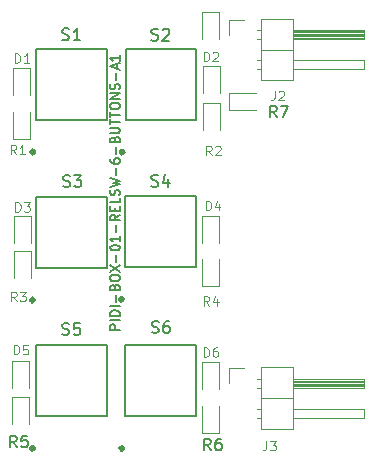
<source format=gbr>
%TF.GenerationSoftware,KiCad,Pcbnew,9.0.6*%
%TF.CreationDate,2025-12-26T20:21:36+00:00*%
%TF.ProjectId,PIDI-BOX-01-RELSW-6-BUTTONS-A1,50494449-2d42-44f5-982d-30312d52454c,rev?*%
%TF.SameCoordinates,Original*%
%TF.FileFunction,Legend,Top*%
%TF.FilePolarity,Positive*%
%FSLAX46Y46*%
G04 Gerber Fmt 4.6, Leading zero omitted, Abs format (unit mm)*
G04 Created by KiCad (PCBNEW 9.0.6) date 2025-12-26 20:21:36*
%MOMM*%
%LPD*%
G01*
G04 APERTURE LIST*
%ADD10C,0.150000*%
%ADD11C,0.100000*%
%ADD12C,0.120000*%
%ADD13C,0.127000*%
%ADD14C,0.300000*%
G04 APERTURE END LIST*
D10*
X110841495Y-78019039D02*
X110041495Y-78019039D01*
X110041495Y-78019039D02*
X110041495Y-77714277D01*
X110041495Y-77714277D02*
X110079590Y-77638087D01*
X110079590Y-77638087D02*
X110117685Y-77599992D01*
X110117685Y-77599992D02*
X110193876Y-77561896D01*
X110193876Y-77561896D02*
X110308161Y-77561896D01*
X110308161Y-77561896D02*
X110384352Y-77599992D01*
X110384352Y-77599992D02*
X110422447Y-77638087D01*
X110422447Y-77638087D02*
X110460542Y-77714277D01*
X110460542Y-77714277D02*
X110460542Y-78019039D01*
X110841495Y-77219039D02*
X110041495Y-77219039D01*
X110841495Y-76838087D02*
X110041495Y-76838087D01*
X110041495Y-76838087D02*
X110041495Y-76647611D01*
X110041495Y-76647611D02*
X110079590Y-76533325D01*
X110079590Y-76533325D02*
X110155780Y-76457135D01*
X110155780Y-76457135D02*
X110231971Y-76419040D01*
X110231971Y-76419040D02*
X110384352Y-76380944D01*
X110384352Y-76380944D02*
X110498638Y-76380944D01*
X110498638Y-76380944D02*
X110651019Y-76419040D01*
X110651019Y-76419040D02*
X110727209Y-76457135D01*
X110727209Y-76457135D02*
X110803400Y-76533325D01*
X110803400Y-76533325D02*
X110841495Y-76647611D01*
X110841495Y-76647611D02*
X110841495Y-76838087D01*
X110841495Y-76038087D02*
X110041495Y-76038087D01*
X110536733Y-75657135D02*
X110536733Y-75047612D01*
X110422447Y-74399993D02*
X110460542Y-74285707D01*
X110460542Y-74285707D02*
X110498638Y-74247612D01*
X110498638Y-74247612D02*
X110574828Y-74209516D01*
X110574828Y-74209516D02*
X110689114Y-74209516D01*
X110689114Y-74209516D02*
X110765304Y-74247612D01*
X110765304Y-74247612D02*
X110803400Y-74285707D01*
X110803400Y-74285707D02*
X110841495Y-74361897D01*
X110841495Y-74361897D02*
X110841495Y-74666659D01*
X110841495Y-74666659D02*
X110041495Y-74666659D01*
X110041495Y-74666659D02*
X110041495Y-74399993D01*
X110041495Y-74399993D02*
X110079590Y-74323802D01*
X110079590Y-74323802D02*
X110117685Y-74285707D01*
X110117685Y-74285707D02*
X110193876Y-74247612D01*
X110193876Y-74247612D02*
X110270066Y-74247612D01*
X110270066Y-74247612D02*
X110346257Y-74285707D01*
X110346257Y-74285707D02*
X110384352Y-74323802D01*
X110384352Y-74323802D02*
X110422447Y-74399993D01*
X110422447Y-74399993D02*
X110422447Y-74666659D01*
X110041495Y-73714278D02*
X110041495Y-73561897D01*
X110041495Y-73561897D02*
X110079590Y-73485707D01*
X110079590Y-73485707D02*
X110155780Y-73409516D01*
X110155780Y-73409516D02*
X110308161Y-73371421D01*
X110308161Y-73371421D02*
X110574828Y-73371421D01*
X110574828Y-73371421D02*
X110727209Y-73409516D01*
X110727209Y-73409516D02*
X110803400Y-73485707D01*
X110803400Y-73485707D02*
X110841495Y-73561897D01*
X110841495Y-73561897D02*
X110841495Y-73714278D01*
X110841495Y-73714278D02*
X110803400Y-73790469D01*
X110803400Y-73790469D02*
X110727209Y-73866659D01*
X110727209Y-73866659D02*
X110574828Y-73904755D01*
X110574828Y-73904755D02*
X110308161Y-73904755D01*
X110308161Y-73904755D02*
X110155780Y-73866659D01*
X110155780Y-73866659D02*
X110079590Y-73790469D01*
X110079590Y-73790469D02*
X110041495Y-73714278D01*
X110041495Y-73104755D02*
X110841495Y-72571421D01*
X110041495Y-72571421D02*
X110841495Y-73104755D01*
X110536733Y-72266659D02*
X110536733Y-71657136D01*
X110041495Y-71123802D02*
X110041495Y-71047612D01*
X110041495Y-71047612D02*
X110079590Y-70971421D01*
X110079590Y-70971421D02*
X110117685Y-70933326D01*
X110117685Y-70933326D02*
X110193876Y-70895231D01*
X110193876Y-70895231D02*
X110346257Y-70857136D01*
X110346257Y-70857136D02*
X110536733Y-70857136D01*
X110536733Y-70857136D02*
X110689114Y-70895231D01*
X110689114Y-70895231D02*
X110765304Y-70933326D01*
X110765304Y-70933326D02*
X110803400Y-70971421D01*
X110803400Y-70971421D02*
X110841495Y-71047612D01*
X110841495Y-71047612D02*
X110841495Y-71123802D01*
X110841495Y-71123802D02*
X110803400Y-71199993D01*
X110803400Y-71199993D02*
X110765304Y-71238088D01*
X110765304Y-71238088D02*
X110689114Y-71276183D01*
X110689114Y-71276183D02*
X110536733Y-71314279D01*
X110536733Y-71314279D02*
X110346257Y-71314279D01*
X110346257Y-71314279D02*
X110193876Y-71276183D01*
X110193876Y-71276183D02*
X110117685Y-71238088D01*
X110117685Y-71238088D02*
X110079590Y-71199993D01*
X110079590Y-71199993D02*
X110041495Y-71123802D01*
X110841495Y-70095231D02*
X110841495Y-70552374D01*
X110841495Y-70323802D02*
X110041495Y-70323802D01*
X110041495Y-70323802D02*
X110155780Y-70399993D01*
X110155780Y-70399993D02*
X110231971Y-70476183D01*
X110231971Y-70476183D02*
X110270066Y-70552374D01*
X110536733Y-69752373D02*
X110536733Y-69142850D01*
X110841495Y-68304754D02*
X110460542Y-68571421D01*
X110841495Y-68761897D02*
X110041495Y-68761897D01*
X110041495Y-68761897D02*
X110041495Y-68457135D01*
X110041495Y-68457135D02*
X110079590Y-68380945D01*
X110079590Y-68380945D02*
X110117685Y-68342850D01*
X110117685Y-68342850D02*
X110193876Y-68304754D01*
X110193876Y-68304754D02*
X110308161Y-68304754D01*
X110308161Y-68304754D02*
X110384352Y-68342850D01*
X110384352Y-68342850D02*
X110422447Y-68380945D01*
X110422447Y-68380945D02*
X110460542Y-68457135D01*
X110460542Y-68457135D02*
X110460542Y-68761897D01*
X110422447Y-67961897D02*
X110422447Y-67695231D01*
X110841495Y-67580945D02*
X110841495Y-67961897D01*
X110841495Y-67961897D02*
X110041495Y-67961897D01*
X110041495Y-67961897D02*
X110041495Y-67580945D01*
X110841495Y-66857135D02*
X110841495Y-67238087D01*
X110841495Y-67238087D02*
X110041495Y-67238087D01*
X110803400Y-66628564D02*
X110841495Y-66514278D01*
X110841495Y-66514278D02*
X110841495Y-66323802D01*
X110841495Y-66323802D02*
X110803400Y-66247611D01*
X110803400Y-66247611D02*
X110765304Y-66209516D01*
X110765304Y-66209516D02*
X110689114Y-66171421D01*
X110689114Y-66171421D02*
X110612923Y-66171421D01*
X110612923Y-66171421D02*
X110536733Y-66209516D01*
X110536733Y-66209516D02*
X110498638Y-66247611D01*
X110498638Y-66247611D02*
X110460542Y-66323802D01*
X110460542Y-66323802D02*
X110422447Y-66476183D01*
X110422447Y-66476183D02*
X110384352Y-66552373D01*
X110384352Y-66552373D02*
X110346257Y-66590468D01*
X110346257Y-66590468D02*
X110270066Y-66628564D01*
X110270066Y-66628564D02*
X110193876Y-66628564D01*
X110193876Y-66628564D02*
X110117685Y-66590468D01*
X110117685Y-66590468D02*
X110079590Y-66552373D01*
X110079590Y-66552373D02*
X110041495Y-66476183D01*
X110041495Y-66476183D02*
X110041495Y-66285706D01*
X110041495Y-66285706D02*
X110079590Y-66171421D01*
X110041495Y-65904754D02*
X110841495Y-65714278D01*
X110841495Y-65714278D02*
X110270066Y-65561897D01*
X110270066Y-65561897D02*
X110841495Y-65409516D01*
X110841495Y-65409516D02*
X110041495Y-65219040D01*
X110536733Y-64914277D02*
X110536733Y-64304754D01*
X110041495Y-63580944D02*
X110041495Y-63733325D01*
X110041495Y-63733325D02*
X110079590Y-63809516D01*
X110079590Y-63809516D02*
X110117685Y-63847611D01*
X110117685Y-63847611D02*
X110231971Y-63923801D01*
X110231971Y-63923801D02*
X110384352Y-63961897D01*
X110384352Y-63961897D02*
X110689114Y-63961897D01*
X110689114Y-63961897D02*
X110765304Y-63923801D01*
X110765304Y-63923801D02*
X110803400Y-63885706D01*
X110803400Y-63885706D02*
X110841495Y-63809516D01*
X110841495Y-63809516D02*
X110841495Y-63657135D01*
X110841495Y-63657135D02*
X110803400Y-63580944D01*
X110803400Y-63580944D02*
X110765304Y-63542849D01*
X110765304Y-63542849D02*
X110689114Y-63504754D01*
X110689114Y-63504754D02*
X110498638Y-63504754D01*
X110498638Y-63504754D02*
X110422447Y-63542849D01*
X110422447Y-63542849D02*
X110384352Y-63580944D01*
X110384352Y-63580944D02*
X110346257Y-63657135D01*
X110346257Y-63657135D02*
X110346257Y-63809516D01*
X110346257Y-63809516D02*
X110384352Y-63885706D01*
X110384352Y-63885706D02*
X110422447Y-63923801D01*
X110422447Y-63923801D02*
X110498638Y-63961897D01*
X110536733Y-63161896D02*
X110536733Y-62552373D01*
X110422447Y-61904754D02*
X110460542Y-61790468D01*
X110460542Y-61790468D02*
X110498638Y-61752373D01*
X110498638Y-61752373D02*
X110574828Y-61714277D01*
X110574828Y-61714277D02*
X110689114Y-61714277D01*
X110689114Y-61714277D02*
X110765304Y-61752373D01*
X110765304Y-61752373D02*
X110803400Y-61790468D01*
X110803400Y-61790468D02*
X110841495Y-61866658D01*
X110841495Y-61866658D02*
X110841495Y-62171420D01*
X110841495Y-62171420D02*
X110041495Y-62171420D01*
X110041495Y-62171420D02*
X110041495Y-61904754D01*
X110041495Y-61904754D02*
X110079590Y-61828563D01*
X110079590Y-61828563D02*
X110117685Y-61790468D01*
X110117685Y-61790468D02*
X110193876Y-61752373D01*
X110193876Y-61752373D02*
X110270066Y-61752373D01*
X110270066Y-61752373D02*
X110346257Y-61790468D01*
X110346257Y-61790468D02*
X110384352Y-61828563D01*
X110384352Y-61828563D02*
X110422447Y-61904754D01*
X110422447Y-61904754D02*
X110422447Y-62171420D01*
X110041495Y-61371420D02*
X110689114Y-61371420D01*
X110689114Y-61371420D02*
X110765304Y-61333325D01*
X110765304Y-61333325D02*
X110803400Y-61295230D01*
X110803400Y-61295230D02*
X110841495Y-61219039D01*
X110841495Y-61219039D02*
X110841495Y-61066658D01*
X110841495Y-61066658D02*
X110803400Y-60990468D01*
X110803400Y-60990468D02*
X110765304Y-60952373D01*
X110765304Y-60952373D02*
X110689114Y-60914277D01*
X110689114Y-60914277D02*
X110041495Y-60914277D01*
X110041495Y-60647611D02*
X110041495Y-60190468D01*
X110841495Y-60419040D02*
X110041495Y-60419040D01*
X110041495Y-60038087D02*
X110041495Y-59580944D01*
X110841495Y-59809516D02*
X110041495Y-59809516D01*
X110041495Y-59161896D02*
X110041495Y-59009515D01*
X110041495Y-59009515D02*
X110079590Y-58933325D01*
X110079590Y-58933325D02*
X110155780Y-58857134D01*
X110155780Y-58857134D02*
X110308161Y-58819039D01*
X110308161Y-58819039D02*
X110574828Y-58819039D01*
X110574828Y-58819039D02*
X110727209Y-58857134D01*
X110727209Y-58857134D02*
X110803400Y-58933325D01*
X110803400Y-58933325D02*
X110841495Y-59009515D01*
X110841495Y-59009515D02*
X110841495Y-59161896D01*
X110841495Y-59161896D02*
X110803400Y-59238087D01*
X110803400Y-59238087D02*
X110727209Y-59314277D01*
X110727209Y-59314277D02*
X110574828Y-59352373D01*
X110574828Y-59352373D02*
X110308161Y-59352373D01*
X110308161Y-59352373D02*
X110155780Y-59314277D01*
X110155780Y-59314277D02*
X110079590Y-59238087D01*
X110079590Y-59238087D02*
X110041495Y-59161896D01*
X110841495Y-58476182D02*
X110041495Y-58476182D01*
X110041495Y-58476182D02*
X110841495Y-58019039D01*
X110841495Y-58019039D02*
X110041495Y-58019039D01*
X110803400Y-57676183D02*
X110841495Y-57561897D01*
X110841495Y-57561897D02*
X110841495Y-57371421D01*
X110841495Y-57371421D02*
X110803400Y-57295230D01*
X110803400Y-57295230D02*
X110765304Y-57257135D01*
X110765304Y-57257135D02*
X110689114Y-57219040D01*
X110689114Y-57219040D02*
X110612923Y-57219040D01*
X110612923Y-57219040D02*
X110536733Y-57257135D01*
X110536733Y-57257135D02*
X110498638Y-57295230D01*
X110498638Y-57295230D02*
X110460542Y-57371421D01*
X110460542Y-57371421D02*
X110422447Y-57523802D01*
X110422447Y-57523802D02*
X110384352Y-57599992D01*
X110384352Y-57599992D02*
X110346257Y-57638087D01*
X110346257Y-57638087D02*
X110270066Y-57676183D01*
X110270066Y-57676183D02*
X110193876Y-57676183D01*
X110193876Y-57676183D02*
X110117685Y-57638087D01*
X110117685Y-57638087D02*
X110079590Y-57599992D01*
X110079590Y-57599992D02*
X110041495Y-57523802D01*
X110041495Y-57523802D02*
X110041495Y-57333325D01*
X110041495Y-57333325D02*
X110079590Y-57219040D01*
X110536733Y-56876182D02*
X110536733Y-56266659D01*
X110612923Y-55923802D02*
X110612923Y-55542849D01*
X110841495Y-55999992D02*
X110041495Y-55733325D01*
X110041495Y-55733325D02*
X110841495Y-55466659D01*
X110841495Y-54780945D02*
X110841495Y-55238088D01*
X110841495Y-55009516D02*
X110041495Y-55009516D01*
X110041495Y-55009516D02*
X110155780Y-55085707D01*
X110155780Y-55085707D02*
X110231971Y-55161897D01*
X110231971Y-55161897D02*
X110270066Y-55238088D01*
X124140933Y-60043219D02*
X123807600Y-59567028D01*
X123569505Y-60043219D02*
X123569505Y-59043219D01*
X123569505Y-59043219D02*
X123950457Y-59043219D01*
X123950457Y-59043219D02*
X124045695Y-59090838D01*
X124045695Y-59090838D02*
X124093314Y-59138457D01*
X124093314Y-59138457D02*
X124140933Y-59233695D01*
X124140933Y-59233695D02*
X124140933Y-59376552D01*
X124140933Y-59376552D02*
X124093314Y-59471790D01*
X124093314Y-59471790D02*
X124045695Y-59519409D01*
X124045695Y-59519409D02*
X123950457Y-59567028D01*
X123950457Y-59567028D02*
X123569505Y-59567028D01*
X124474267Y-59043219D02*
X125140933Y-59043219D01*
X125140933Y-59043219D02*
X124712362Y-60043219D01*
D11*
X101873124Y-80120895D02*
X101873124Y-79320895D01*
X101873124Y-79320895D02*
X102063600Y-79320895D01*
X102063600Y-79320895D02*
X102177886Y-79358990D01*
X102177886Y-79358990D02*
X102254076Y-79435180D01*
X102254076Y-79435180D02*
X102292171Y-79511371D01*
X102292171Y-79511371D02*
X102330267Y-79663752D01*
X102330267Y-79663752D02*
X102330267Y-79778038D01*
X102330267Y-79778038D02*
X102292171Y-79930419D01*
X102292171Y-79930419D02*
X102254076Y-80006609D01*
X102254076Y-80006609D02*
X102177886Y-80082800D01*
X102177886Y-80082800D02*
X102063600Y-80120895D01*
X102063600Y-80120895D02*
X101873124Y-80120895D01*
X103054076Y-79320895D02*
X102673124Y-79320895D01*
X102673124Y-79320895D02*
X102635028Y-79701847D01*
X102635028Y-79701847D02*
X102673124Y-79663752D01*
X102673124Y-79663752D02*
X102749314Y-79625657D01*
X102749314Y-79625657D02*
X102939790Y-79625657D01*
X102939790Y-79625657D02*
X103015981Y-79663752D01*
X103015981Y-79663752D02*
X103054076Y-79701847D01*
X103054076Y-79701847D02*
X103092171Y-79778038D01*
X103092171Y-79778038D02*
X103092171Y-79968514D01*
X103092171Y-79968514D02*
X103054076Y-80044704D01*
X103054076Y-80044704D02*
X103015981Y-80082800D01*
X103015981Y-80082800D02*
X102939790Y-80120895D01*
X102939790Y-80120895D02*
X102749314Y-80120895D01*
X102749314Y-80120895D02*
X102673124Y-80082800D01*
X102673124Y-80082800D02*
X102635028Y-80044704D01*
D10*
X105994295Y-53467800D02*
X106137152Y-53515419D01*
X106137152Y-53515419D02*
X106375247Y-53515419D01*
X106375247Y-53515419D02*
X106470485Y-53467800D01*
X106470485Y-53467800D02*
X106518104Y-53420180D01*
X106518104Y-53420180D02*
X106565723Y-53324942D01*
X106565723Y-53324942D02*
X106565723Y-53229704D01*
X106565723Y-53229704D02*
X106518104Y-53134466D01*
X106518104Y-53134466D02*
X106470485Y-53086847D01*
X106470485Y-53086847D02*
X106375247Y-53039228D01*
X106375247Y-53039228D02*
X106184771Y-52991609D01*
X106184771Y-52991609D02*
X106089533Y-52943990D01*
X106089533Y-52943990D02*
X106041914Y-52896371D01*
X106041914Y-52896371D02*
X105994295Y-52801133D01*
X105994295Y-52801133D02*
X105994295Y-52705895D01*
X105994295Y-52705895D02*
X106041914Y-52610657D01*
X106041914Y-52610657D02*
X106089533Y-52563038D01*
X106089533Y-52563038D02*
X106184771Y-52515419D01*
X106184771Y-52515419D02*
X106422866Y-52515419D01*
X106422866Y-52515419D02*
X106565723Y-52563038D01*
X107518104Y-53515419D02*
X106946676Y-53515419D01*
X107232390Y-53515419D02*
X107232390Y-52515419D01*
X107232390Y-52515419D02*
X107137152Y-52658276D01*
X107137152Y-52658276D02*
X107041914Y-52753514D01*
X107041914Y-52753514D02*
X106946676Y-52801133D01*
D11*
X118433867Y-75980795D02*
X118167200Y-75599842D01*
X117976724Y-75980795D02*
X117976724Y-75180795D01*
X117976724Y-75180795D02*
X118281486Y-75180795D01*
X118281486Y-75180795D02*
X118357676Y-75218890D01*
X118357676Y-75218890D02*
X118395771Y-75256985D01*
X118395771Y-75256985D02*
X118433867Y-75333176D01*
X118433867Y-75333176D02*
X118433867Y-75447461D01*
X118433867Y-75447461D02*
X118395771Y-75523652D01*
X118395771Y-75523652D02*
X118357676Y-75561747D01*
X118357676Y-75561747D02*
X118281486Y-75599842D01*
X118281486Y-75599842D02*
X117976724Y-75599842D01*
X119119581Y-75447461D02*
X119119581Y-75980795D01*
X118929105Y-75142700D02*
X118738628Y-75714128D01*
X118738628Y-75714128D02*
X119233867Y-75714128D01*
X123278933Y-87448895D02*
X123278933Y-88020323D01*
X123278933Y-88020323D02*
X123240838Y-88134609D01*
X123240838Y-88134609D02*
X123164647Y-88210800D01*
X123164647Y-88210800D02*
X123050362Y-88248895D01*
X123050362Y-88248895D02*
X122974171Y-88248895D01*
X123583695Y-87448895D02*
X124078933Y-87448895D01*
X124078933Y-87448895D02*
X123812267Y-87753657D01*
X123812267Y-87753657D02*
X123926552Y-87753657D01*
X123926552Y-87753657D02*
X124002743Y-87791752D01*
X124002743Y-87791752D02*
X124040838Y-87829847D01*
X124040838Y-87829847D02*
X124078933Y-87906038D01*
X124078933Y-87906038D02*
X124078933Y-88096514D01*
X124078933Y-88096514D02*
X124040838Y-88172704D01*
X124040838Y-88172704D02*
X124002743Y-88210800D01*
X124002743Y-88210800D02*
X123926552Y-88248895D01*
X123926552Y-88248895D02*
X123697981Y-88248895D01*
X123697981Y-88248895D02*
X123621790Y-88210800D01*
X123621790Y-88210800D02*
X123583695Y-88172704D01*
D10*
X113538095Y-53493200D02*
X113680952Y-53540819D01*
X113680952Y-53540819D02*
X113919047Y-53540819D01*
X113919047Y-53540819D02*
X114014285Y-53493200D01*
X114014285Y-53493200D02*
X114061904Y-53445580D01*
X114061904Y-53445580D02*
X114109523Y-53350342D01*
X114109523Y-53350342D02*
X114109523Y-53255104D01*
X114109523Y-53255104D02*
X114061904Y-53159866D01*
X114061904Y-53159866D02*
X114014285Y-53112247D01*
X114014285Y-53112247D02*
X113919047Y-53064628D01*
X113919047Y-53064628D02*
X113728571Y-53017009D01*
X113728571Y-53017009D02*
X113633333Y-52969390D01*
X113633333Y-52969390D02*
X113585714Y-52921771D01*
X113585714Y-52921771D02*
X113538095Y-52826533D01*
X113538095Y-52826533D02*
X113538095Y-52731295D01*
X113538095Y-52731295D02*
X113585714Y-52636057D01*
X113585714Y-52636057D02*
X113633333Y-52588438D01*
X113633333Y-52588438D02*
X113728571Y-52540819D01*
X113728571Y-52540819D02*
X113966666Y-52540819D01*
X113966666Y-52540819D02*
X114109523Y-52588438D01*
X114490476Y-52636057D02*
X114538095Y-52588438D01*
X114538095Y-52588438D02*
X114633333Y-52540819D01*
X114633333Y-52540819D02*
X114871428Y-52540819D01*
X114871428Y-52540819D02*
X114966666Y-52588438D01*
X114966666Y-52588438D02*
X115014285Y-52636057D01*
X115014285Y-52636057D02*
X115061904Y-52731295D01*
X115061904Y-52731295D02*
X115061904Y-52826533D01*
X115061904Y-52826533D02*
X115014285Y-52969390D01*
X115014285Y-52969390D02*
X114442857Y-53540819D01*
X114442857Y-53540819D02*
X115061904Y-53540819D01*
D11*
X102076267Y-63179095D02*
X101809600Y-62798142D01*
X101619124Y-63179095D02*
X101619124Y-62379095D01*
X101619124Y-62379095D02*
X101923886Y-62379095D01*
X101923886Y-62379095D02*
X102000076Y-62417190D01*
X102000076Y-62417190D02*
X102038171Y-62455285D01*
X102038171Y-62455285D02*
X102076267Y-62531476D01*
X102076267Y-62531476D02*
X102076267Y-62645761D01*
X102076267Y-62645761D02*
X102038171Y-62721952D01*
X102038171Y-62721952D02*
X102000076Y-62760047D01*
X102000076Y-62760047D02*
X101923886Y-62798142D01*
X101923886Y-62798142D02*
X101619124Y-62798142D01*
X102838171Y-63179095D02*
X102381028Y-63179095D01*
X102609600Y-63179095D02*
X102609600Y-62379095D01*
X102609600Y-62379095D02*
X102533409Y-62493380D01*
X102533409Y-62493380D02*
X102457219Y-62569571D01*
X102457219Y-62569571D02*
X102381028Y-62607666D01*
D10*
X105994295Y-78410600D02*
X106137152Y-78458219D01*
X106137152Y-78458219D02*
X106375247Y-78458219D01*
X106375247Y-78458219D02*
X106470485Y-78410600D01*
X106470485Y-78410600D02*
X106518104Y-78362980D01*
X106518104Y-78362980D02*
X106565723Y-78267742D01*
X106565723Y-78267742D02*
X106565723Y-78172504D01*
X106565723Y-78172504D02*
X106518104Y-78077266D01*
X106518104Y-78077266D02*
X106470485Y-78029647D01*
X106470485Y-78029647D02*
X106375247Y-77982028D01*
X106375247Y-77982028D02*
X106184771Y-77934409D01*
X106184771Y-77934409D02*
X106089533Y-77886790D01*
X106089533Y-77886790D02*
X106041914Y-77839171D01*
X106041914Y-77839171D02*
X105994295Y-77743933D01*
X105994295Y-77743933D02*
X105994295Y-77648695D01*
X105994295Y-77648695D02*
X106041914Y-77553457D01*
X106041914Y-77553457D02*
X106089533Y-77505838D01*
X106089533Y-77505838D02*
X106184771Y-77458219D01*
X106184771Y-77458219D02*
X106422866Y-77458219D01*
X106422866Y-77458219D02*
X106565723Y-77505838D01*
X107470485Y-77458219D02*
X106994295Y-77458219D01*
X106994295Y-77458219D02*
X106946676Y-77934409D01*
X106946676Y-77934409D02*
X106994295Y-77886790D01*
X106994295Y-77886790D02*
X107089533Y-77839171D01*
X107089533Y-77839171D02*
X107327628Y-77839171D01*
X107327628Y-77839171D02*
X107422866Y-77886790D01*
X107422866Y-77886790D02*
X107470485Y-77934409D01*
X107470485Y-77934409D02*
X107518104Y-78029647D01*
X107518104Y-78029647D02*
X107518104Y-78267742D01*
X107518104Y-78267742D02*
X107470485Y-78362980D01*
X107470485Y-78362980D02*
X107422866Y-78410600D01*
X107422866Y-78410600D02*
X107327628Y-78458219D01*
X107327628Y-78458219D02*
X107089533Y-78458219D01*
X107089533Y-78458219D02*
X106994295Y-78410600D01*
X106994295Y-78410600D02*
X106946676Y-78362980D01*
D11*
X118129124Y-67928895D02*
X118129124Y-67128895D01*
X118129124Y-67128895D02*
X118319600Y-67128895D01*
X118319600Y-67128895D02*
X118433886Y-67166990D01*
X118433886Y-67166990D02*
X118510076Y-67243180D01*
X118510076Y-67243180D02*
X118548171Y-67319371D01*
X118548171Y-67319371D02*
X118586267Y-67471752D01*
X118586267Y-67471752D02*
X118586267Y-67586038D01*
X118586267Y-67586038D02*
X118548171Y-67738419D01*
X118548171Y-67738419D02*
X118510076Y-67814609D01*
X118510076Y-67814609D02*
X118433886Y-67890800D01*
X118433886Y-67890800D02*
X118319600Y-67928895D01*
X118319600Y-67928895D02*
X118129124Y-67928895D01*
X119271981Y-67395561D02*
X119271981Y-67928895D01*
X119081505Y-67090800D02*
X118891028Y-67662228D01*
X118891028Y-67662228D02*
X119386267Y-67662228D01*
D10*
X113538095Y-65863000D02*
X113680952Y-65910619D01*
X113680952Y-65910619D02*
X113919047Y-65910619D01*
X113919047Y-65910619D02*
X114014285Y-65863000D01*
X114014285Y-65863000D02*
X114061904Y-65815380D01*
X114061904Y-65815380D02*
X114109523Y-65720142D01*
X114109523Y-65720142D02*
X114109523Y-65624904D01*
X114109523Y-65624904D02*
X114061904Y-65529666D01*
X114061904Y-65529666D02*
X114014285Y-65482047D01*
X114014285Y-65482047D02*
X113919047Y-65434428D01*
X113919047Y-65434428D02*
X113728571Y-65386809D01*
X113728571Y-65386809D02*
X113633333Y-65339190D01*
X113633333Y-65339190D02*
X113585714Y-65291571D01*
X113585714Y-65291571D02*
X113538095Y-65196333D01*
X113538095Y-65196333D02*
X113538095Y-65101095D01*
X113538095Y-65101095D02*
X113585714Y-65005857D01*
X113585714Y-65005857D02*
X113633333Y-64958238D01*
X113633333Y-64958238D02*
X113728571Y-64910619D01*
X113728571Y-64910619D02*
X113966666Y-64910619D01*
X113966666Y-64910619D02*
X114109523Y-64958238D01*
X114966666Y-65243952D02*
X114966666Y-65910619D01*
X114728571Y-64863000D02*
X114490476Y-65577285D01*
X114490476Y-65577285D02*
X115109523Y-65577285D01*
D11*
X123990133Y-57781695D02*
X123990133Y-58353123D01*
X123990133Y-58353123D02*
X123952038Y-58467409D01*
X123952038Y-58467409D02*
X123875847Y-58543600D01*
X123875847Y-58543600D02*
X123761562Y-58581695D01*
X123761562Y-58581695D02*
X123685371Y-58581695D01*
X124332990Y-57857885D02*
X124371086Y-57819790D01*
X124371086Y-57819790D02*
X124447276Y-57781695D01*
X124447276Y-57781695D02*
X124637752Y-57781695D01*
X124637752Y-57781695D02*
X124713943Y-57819790D01*
X124713943Y-57819790D02*
X124752038Y-57857885D01*
X124752038Y-57857885D02*
X124790133Y-57934076D01*
X124790133Y-57934076D02*
X124790133Y-58010266D01*
X124790133Y-58010266D02*
X124752038Y-58124552D01*
X124752038Y-58124552D02*
X124294895Y-58581695D01*
X124294895Y-58581695D02*
X124790133Y-58581695D01*
X102025524Y-68030495D02*
X102025524Y-67230495D01*
X102025524Y-67230495D02*
X102216000Y-67230495D01*
X102216000Y-67230495D02*
X102330286Y-67268590D01*
X102330286Y-67268590D02*
X102406476Y-67344780D01*
X102406476Y-67344780D02*
X102444571Y-67420971D01*
X102444571Y-67420971D02*
X102482667Y-67573352D01*
X102482667Y-67573352D02*
X102482667Y-67687638D01*
X102482667Y-67687638D02*
X102444571Y-67840019D01*
X102444571Y-67840019D02*
X102406476Y-67916209D01*
X102406476Y-67916209D02*
X102330286Y-67992400D01*
X102330286Y-67992400D02*
X102216000Y-68030495D01*
X102216000Y-68030495D02*
X102025524Y-68030495D01*
X102749333Y-67230495D02*
X103244571Y-67230495D01*
X103244571Y-67230495D02*
X102977905Y-67535257D01*
X102977905Y-67535257D02*
X103092190Y-67535257D01*
X103092190Y-67535257D02*
X103168381Y-67573352D01*
X103168381Y-67573352D02*
X103206476Y-67611447D01*
X103206476Y-67611447D02*
X103244571Y-67687638D01*
X103244571Y-67687638D02*
X103244571Y-67878114D01*
X103244571Y-67878114D02*
X103206476Y-67954304D01*
X103206476Y-67954304D02*
X103168381Y-67992400D01*
X103168381Y-67992400D02*
X103092190Y-68030495D01*
X103092190Y-68030495D02*
X102863619Y-68030495D01*
X102863619Y-68030495D02*
X102787428Y-67992400D01*
X102787428Y-67992400D02*
X102749333Y-67954304D01*
X118637067Y-63255295D02*
X118370400Y-62874342D01*
X118179924Y-63255295D02*
X118179924Y-62455295D01*
X118179924Y-62455295D02*
X118484686Y-62455295D01*
X118484686Y-62455295D02*
X118560876Y-62493390D01*
X118560876Y-62493390D02*
X118598971Y-62531485D01*
X118598971Y-62531485D02*
X118637067Y-62607676D01*
X118637067Y-62607676D02*
X118637067Y-62721961D01*
X118637067Y-62721961D02*
X118598971Y-62798152D01*
X118598971Y-62798152D02*
X118560876Y-62836247D01*
X118560876Y-62836247D02*
X118484686Y-62874342D01*
X118484686Y-62874342D02*
X118179924Y-62874342D01*
X118941828Y-62531485D02*
X118979924Y-62493390D01*
X118979924Y-62493390D02*
X119056114Y-62455295D01*
X119056114Y-62455295D02*
X119246590Y-62455295D01*
X119246590Y-62455295D02*
X119322781Y-62493390D01*
X119322781Y-62493390D02*
X119360876Y-62531485D01*
X119360876Y-62531485D02*
X119398971Y-62607676D01*
X119398971Y-62607676D02*
X119398971Y-62683866D01*
X119398971Y-62683866D02*
X119360876Y-62798152D01*
X119360876Y-62798152D02*
X118903733Y-63255295D01*
X118903733Y-63255295D02*
X119398971Y-63255295D01*
D10*
X113588895Y-78258200D02*
X113731752Y-78305819D01*
X113731752Y-78305819D02*
X113969847Y-78305819D01*
X113969847Y-78305819D02*
X114065085Y-78258200D01*
X114065085Y-78258200D02*
X114112704Y-78210580D01*
X114112704Y-78210580D02*
X114160323Y-78115342D01*
X114160323Y-78115342D02*
X114160323Y-78020104D01*
X114160323Y-78020104D02*
X114112704Y-77924866D01*
X114112704Y-77924866D02*
X114065085Y-77877247D01*
X114065085Y-77877247D02*
X113969847Y-77829628D01*
X113969847Y-77829628D02*
X113779371Y-77782009D01*
X113779371Y-77782009D02*
X113684133Y-77734390D01*
X113684133Y-77734390D02*
X113636514Y-77686771D01*
X113636514Y-77686771D02*
X113588895Y-77591533D01*
X113588895Y-77591533D02*
X113588895Y-77496295D01*
X113588895Y-77496295D02*
X113636514Y-77401057D01*
X113636514Y-77401057D02*
X113684133Y-77353438D01*
X113684133Y-77353438D02*
X113779371Y-77305819D01*
X113779371Y-77305819D02*
X114017466Y-77305819D01*
X114017466Y-77305819D02*
X114160323Y-77353438D01*
X115017466Y-77305819D02*
X114826990Y-77305819D01*
X114826990Y-77305819D02*
X114731752Y-77353438D01*
X114731752Y-77353438D02*
X114684133Y-77401057D01*
X114684133Y-77401057D02*
X114588895Y-77543914D01*
X114588895Y-77543914D02*
X114541276Y-77734390D01*
X114541276Y-77734390D02*
X114541276Y-78115342D01*
X114541276Y-78115342D02*
X114588895Y-78210580D01*
X114588895Y-78210580D02*
X114636514Y-78258200D01*
X114636514Y-78258200D02*
X114731752Y-78305819D01*
X114731752Y-78305819D02*
X114922228Y-78305819D01*
X114922228Y-78305819D02*
X115017466Y-78258200D01*
X115017466Y-78258200D02*
X115065085Y-78210580D01*
X115065085Y-78210580D02*
X115112704Y-78115342D01*
X115112704Y-78115342D02*
X115112704Y-77877247D01*
X115112704Y-77877247D02*
X115065085Y-77782009D01*
X115065085Y-77782009D02*
X115017466Y-77734390D01*
X115017466Y-77734390D02*
X114922228Y-77686771D01*
X114922228Y-77686771D02*
X114731752Y-77686771D01*
X114731752Y-77686771D02*
X114636514Y-77734390D01*
X114636514Y-77734390D02*
X114588895Y-77782009D01*
X114588895Y-77782009D02*
X114541276Y-77877247D01*
D11*
X102127067Y-75625095D02*
X101860400Y-75244142D01*
X101669924Y-75625095D02*
X101669924Y-74825095D01*
X101669924Y-74825095D02*
X101974686Y-74825095D01*
X101974686Y-74825095D02*
X102050876Y-74863190D01*
X102050876Y-74863190D02*
X102088971Y-74901285D01*
X102088971Y-74901285D02*
X102127067Y-74977476D01*
X102127067Y-74977476D02*
X102127067Y-75091761D01*
X102127067Y-75091761D02*
X102088971Y-75167952D01*
X102088971Y-75167952D02*
X102050876Y-75206047D01*
X102050876Y-75206047D02*
X101974686Y-75244142D01*
X101974686Y-75244142D02*
X101669924Y-75244142D01*
X102393733Y-74825095D02*
X102888971Y-74825095D01*
X102888971Y-74825095D02*
X102622305Y-75129857D01*
X102622305Y-75129857D02*
X102736590Y-75129857D01*
X102736590Y-75129857D02*
X102812781Y-75167952D01*
X102812781Y-75167952D02*
X102850876Y-75206047D01*
X102850876Y-75206047D02*
X102888971Y-75282238D01*
X102888971Y-75282238D02*
X102888971Y-75472714D01*
X102888971Y-75472714D02*
X102850876Y-75548904D01*
X102850876Y-75548904D02*
X102812781Y-75587000D01*
X102812781Y-75587000D02*
X102736590Y-75625095D01*
X102736590Y-75625095D02*
X102508019Y-75625095D01*
X102508019Y-75625095D02*
X102431828Y-75587000D01*
X102431828Y-75587000D02*
X102393733Y-75548904D01*
D10*
X106083195Y-65888400D02*
X106226052Y-65936019D01*
X106226052Y-65936019D02*
X106464147Y-65936019D01*
X106464147Y-65936019D02*
X106559385Y-65888400D01*
X106559385Y-65888400D02*
X106607004Y-65840780D01*
X106607004Y-65840780D02*
X106654623Y-65745542D01*
X106654623Y-65745542D02*
X106654623Y-65650304D01*
X106654623Y-65650304D02*
X106607004Y-65555066D01*
X106607004Y-65555066D02*
X106559385Y-65507447D01*
X106559385Y-65507447D02*
X106464147Y-65459828D01*
X106464147Y-65459828D02*
X106273671Y-65412209D01*
X106273671Y-65412209D02*
X106178433Y-65364590D01*
X106178433Y-65364590D02*
X106130814Y-65316971D01*
X106130814Y-65316971D02*
X106083195Y-65221733D01*
X106083195Y-65221733D02*
X106083195Y-65126495D01*
X106083195Y-65126495D02*
X106130814Y-65031257D01*
X106130814Y-65031257D02*
X106178433Y-64983638D01*
X106178433Y-64983638D02*
X106273671Y-64936019D01*
X106273671Y-64936019D02*
X106511766Y-64936019D01*
X106511766Y-64936019D02*
X106654623Y-64983638D01*
X106987957Y-64936019D02*
X107607004Y-64936019D01*
X107607004Y-64936019D02*
X107273671Y-65316971D01*
X107273671Y-65316971D02*
X107416528Y-65316971D01*
X107416528Y-65316971D02*
X107511766Y-65364590D01*
X107511766Y-65364590D02*
X107559385Y-65412209D01*
X107559385Y-65412209D02*
X107607004Y-65507447D01*
X107607004Y-65507447D02*
X107607004Y-65745542D01*
X107607004Y-65745542D02*
X107559385Y-65840780D01*
X107559385Y-65840780D02*
X107511766Y-65888400D01*
X107511766Y-65888400D02*
X107416528Y-65936019D01*
X107416528Y-65936019D02*
X107130814Y-65936019D01*
X107130814Y-65936019D02*
X107035576Y-65888400D01*
X107035576Y-65888400D02*
X106987957Y-65840780D01*
X118552933Y-88237219D02*
X118219600Y-87761028D01*
X117981505Y-88237219D02*
X117981505Y-87237219D01*
X117981505Y-87237219D02*
X118362457Y-87237219D01*
X118362457Y-87237219D02*
X118457695Y-87284838D01*
X118457695Y-87284838D02*
X118505314Y-87332457D01*
X118505314Y-87332457D02*
X118552933Y-87427695D01*
X118552933Y-87427695D02*
X118552933Y-87570552D01*
X118552933Y-87570552D02*
X118505314Y-87665790D01*
X118505314Y-87665790D02*
X118457695Y-87713409D01*
X118457695Y-87713409D02*
X118362457Y-87761028D01*
X118362457Y-87761028D02*
X117981505Y-87761028D01*
X119410076Y-87237219D02*
X119219600Y-87237219D01*
X119219600Y-87237219D02*
X119124362Y-87284838D01*
X119124362Y-87284838D02*
X119076743Y-87332457D01*
X119076743Y-87332457D02*
X118981505Y-87475314D01*
X118981505Y-87475314D02*
X118933886Y-87665790D01*
X118933886Y-87665790D02*
X118933886Y-88046742D01*
X118933886Y-88046742D02*
X118981505Y-88141980D01*
X118981505Y-88141980D02*
X119029124Y-88189600D01*
X119029124Y-88189600D02*
X119124362Y-88237219D01*
X119124362Y-88237219D02*
X119314838Y-88237219D01*
X119314838Y-88237219D02*
X119410076Y-88189600D01*
X119410076Y-88189600D02*
X119457695Y-88141980D01*
X119457695Y-88141980D02*
X119505314Y-88046742D01*
X119505314Y-88046742D02*
X119505314Y-87808647D01*
X119505314Y-87808647D02*
X119457695Y-87713409D01*
X119457695Y-87713409D02*
X119410076Y-87665790D01*
X119410076Y-87665790D02*
X119314838Y-87618171D01*
X119314838Y-87618171D02*
X119124362Y-87618171D01*
X119124362Y-87618171D02*
X119029124Y-87665790D01*
X119029124Y-87665790D02*
X118981505Y-87713409D01*
X118981505Y-87713409D02*
X118933886Y-87808647D01*
X102119133Y-87983219D02*
X101785800Y-87507028D01*
X101547705Y-87983219D02*
X101547705Y-86983219D01*
X101547705Y-86983219D02*
X101928657Y-86983219D01*
X101928657Y-86983219D02*
X102023895Y-87030838D01*
X102023895Y-87030838D02*
X102071514Y-87078457D01*
X102071514Y-87078457D02*
X102119133Y-87173695D01*
X102119133Y-87173695D02*
X102119133Y-87316552D01*
X102119133Y-87316552D02*
X102071514Y-87411790D01*
X102071514Y-87411790D02*
X102023895Y-87459409D01*
X102023895Y-87459409D02*
X101928657Y-87507028D01*
X101928657Y-87507028D02*
X101547705Y-87507028D01*
X103023895Y-86983219D02*
X102547705Y-86983219D01*
X102547705Y-86983219D02*
X102500086Y-87459409D01*
X102500086Y-87459409D02*
X102547705Y-87411790D01*
X102547705Y-87411790D02*
X102642943Y-87364171D01*
X102642943Y-87364171D02*
X102881038Y-87364171D01*
X102881038Y-87364171D02*
X102976276Y-87411790D01*
X102976276Y-87411790D02*
X103023895Y-87459409D01*
X103023895Y-87459409D02*
X103071514Y-87554647D01*
X103071514Y-87554647D02*
X103071514Y-87792742D01*
X103071514Y-87792742D02*
X103023895Y-87887980D01*
X103023895Y-87887980D02*
X102976276Y-87935600D01*
X102976276Y-87935600D02*
X102881038Y-87983219D01*
X102881038Y-87983219D02*
X102642943Y-87983219D01*
X102642943Y-87983219D02*
X102547705Y-87935600D01*
X102547705Y-87935600D02*
X102500086Y-87887980D01*
D11*
X117976724Y-80324095D02*
X117976724Y-79524095D01*
X117976724Y-79524095D02*
X118167200Y-79524095D01*
X118167200Y-79524095D02*
X118281486Y-79562190D01*
X118281486Y-79562190D02*
X118357676Y-79638380D01*
X118357676Y-79638380D02*
X118395771Y-79714571D01*
X118395771Y-79714571D02*
X118433867Y-79866952D01*
X118433867Y-79866952D02*
X118433867Y-79981238D01*
X118433867Y-79981238D02*
X118395771Y-80133619D01*
X118395771Y-80133619D02*
X118357676Y-80209809D01*
X118357676Y-80209809D02*
X118281486Y-80286000D01*
X118281486Y-80286000D02*
X118167200Y-80324095D01*
X118167200Y-80324095D02*
X117976724Y-80324095D01*
X119119581Y-79524095D02*
X118967200Y-79524095D01*
X118967200Y-79524095D02*
X118891009Y-79562190D01*
X118891009Y-79562190D02*
X118852914Y-79600285D01*
X118852914Y-79600285D02*
X118776724Y-79714571D01*
X118776724Y-79714571D02*
X118738628Y-79866952D01*
X118738628Y-79866952D02*
X118738628Y-80171714D01*
X118738628Y-80171714D02*
X118776724Y-80247904D01*
X118776724Y-80247904D02*
X118814819Y-80286000D01*
X118814819Y-80286000D02*
X118891009Y-80324095D01*
X118891009Y-80324095D02*
X119043390Y-80324095D01*
X119043390Y-80324095D02*
X119119581Y-80286000D01*
X119119581Y-80286000D02*
X119157676Y-80247904D01*
X119157676Y-80247904D02*
X119195771Y-80171714D01*
X119195771Y-80171714D02*
X119195771Y-79981238D01*
X119195771Y-79981238D02*
X119157676Y-79905047D01*
X119157676Y-79905047D02*
X119119581Y-79866952D01*
X119119581Y-79866952D02*
X119043390Y-79828857D01*
X119043390Y-79828857D02*
X118891009Y-79828857D01*
X118891009Y-79828857D02*
X118814819Y-79866952D01*
X118814819Y-79866952D02*
X118776724Y-79905047D01*
X118776724Y-79905047D02*
X118738628Y-79981238D01*
X101974724Y-55432095D02*
X101974724Y-54632095D01*
X101974724Y-54632095D02*
X102165200Y-54632095D01*
X102165200Y-54632095D02*
X102279486Y-54670190D01*
X102279486Y-54670190D02*
X102355676Y-54746380D01*
X102355676Y-54746380D02*
X102393771Y-54822571D01*
X102393771Y-54822571D02*
X102431867Y-54974952D01*
X102431867Y-54974952D02*
X102431867Y-55089238D01*
X102431867Y-55089238D02*
X102393771Y-55241619D01*
X102393771Y-55241619D02*
X102355676Y-55317809D01*
X102355676Y-55317809D02*
X102279486Y-55394000D01*
X102279486Y-55394000D02*
X102165200Y-55432095D01*
X102165200Y-55432095D02*
X101974724Y-55432095D01*
X103193771Y-55432095D02*
X102736628Y-55432095D01*
X102965200Y-55432095D02*
X102965200Y-54632095D01*
X102965200Y-54632095D02*
X102889009Y-54746380D01*
X102889009Y-54746380D02*
X102812819Y-54822571D01*
X102812819Y-54822571D02*
X102736628Y-54860666D01*
X117976724Y-55279695D02*
X117976724Y-54479695D01*
X117976724Y-54479695D02*
X118167200Y-54479695D01*
X118167200Y-54479695D02*
X118281486Y-54517790D01*
X118281486Y-54517790D02*
X118357676Y-54593980D01*
X118357676Y-54593980D02*
X118395771Y-54670171D01*
X118395771Y-54670171D02*
X118433867Y-54822552D01*
X118433867Y-54822552D02*
X118433867Y-54936838D01*
X118433867Y-54936838D02*
X118395771Y-55089219D01*
X118395771Y-55089219D02*
X118357676Y-55165409D01*
X118357676Y-55165409D02*
X118281486Y-55241600D01*
X118281486Y-55241600D02*
X118167200Y-55279695D01*
X118167200Y-55279695D02*
X117976724Y-55279695D01*
X118738628Y-54555885D02*
X118776724Y-54517790D01*
X118776724Y-54517790D02*
X118852914Y-54479695D01*
X118852914Y-54479695D02*
X119043390Y-54479695D01*
X119043390Y-54479695D02*
X119119581Y-54517790D01*
X119119581Y-54517790D02*
X119157676Y-54555885D01*
X119157676Y-54555885D02*
X119195771Y-54632076D01*
X119195771Y-54632076D02*
X119195771Y-54708266D01*
X119195771Y-54708266D02*
X119157676Y-54822552D01*
X119157676Y-54822552D02*
X118700533Y-55279695D01*
X118700533Y-55279695D02*
X119195771Y-55279695D01*
D12*
%TO.C,R7*%
X120130200Y-57989800D02*
X120130200Y-59459800D01*
X120130200Y-59459800D02*
X122415200Y-59459800D01*
X122415200Y-57989800D02*
X120130200Y-57989800D01*
%TO.C,D5*%
X101728600Y-80658800D02*
X101728600Y-82943800D01*
X103198600Y-80658800D02*
X101728600Y-80658800D01*
X103198600Y-82943800D02*
X103198600Y-80658800D01*
D13*
%TO.C,S1*%
X103796400Y-54229600D02*
X103796400Y-60229600D01*
X103796400Y-54229600D02*
X109796400Y-54229600D01*
X109796400Y-54229600D02*
X109796400Y-60229600D01*
X109796400Y-60229600D02*
X103796400Y-60229600D01*
D14*
X103646400Y-62979600D02*
G75*
G02*
X103346400Y-62979600I-150000J0D01*
G01*
X103346400Y-62979600D02*
G75*
G02*
X103646400Y-62979600I150000J0D01*
G01*
D12*
%TO.C,R4*%
X117781400Y-72072700D02*
X117781400Y-74357700D01*
X117781400Y-74357700D02*
X119251400Y-74357700D01*
X119251400Y-74357700D02*
X119251400Y-72072700D01*
%TO.C,J3*%
X120135800Y-81275000D02*
X121405800Y-81275000D01*
X120135800Y-82545000D02*
X120135800Y-81275000D01*
X122448729Y-84705000D02*
X122845800Y-84705000D01*
X122448729Y-85465000D02*
X122845800Y-85465000D01*
X122515800Y-82165000D02*
X122845800Y-82165000D01*
X122515800Y-82925000D02*
X122845800Y-82925000D01*
X122845800Y-81215000D02*
X122845800Y-86415000D01*
X122845800Y-83815000D02*
X125505800Y-83815000D01*
X122845800Y-86415000D02*
X125505800Y-86415000D01*
X125505800Y-81215000D02*
X122845800Y-81215000D01*
X125505800Y-82165000D02*
X131505800Y-82165000D01*
X125505800Y-82225000D02*
X131505800Y-82225000D01*
X125505800Y-82345000D02*
X131505800Y-82345000D01*
X125505800Y-82465000D02*
X131505800Y-82465000D01*
X125505800Y-82585000D02*
X131505800Y-82585000D01*
X125505800Y-82705000D02*
X131505800Y-82705000D01*
X125505800Y-82825000D02*
X131505800Y-82825000D01*
X125505800Y-84705000D02*
X131505800Y-84705000D01*
X125505800Y-86415000D02*
X125505800Y-81215000D01*
X131505800Y-82165000D02*
X131505800Y-82925000D01*
X131505800Y-82925000D02*
X125505800Y-82925000D01*
X131505800Y-84705000D02*
X131505800Y-85465000D01*
X131505800Y-85465000D02*
X125505800Y-85465000D01*
D13*
%TO.C,S2*%
X111350800Y-54229600D02*
X111350800Y-60229600D01*
X111350800Y-54229600D02*
X117350800Y-54229600D01*
X117350800Y-54229600D02*
X117350800Y-60229600D01*
X117350800Y-60229600D02*
X111350800Y-60229600D01*
D14*
X111200800Y-62979600D02*
G75*
G02*
X110900800Y-62979600I-150000J0D01*
G01*
X110900800Y-62979600D02*
G75*
G02*
X111200800Y-62979600I150000J0D01*
G01*
D12*
%TO.C,R1*%
X101830200Y-59550400D02*
X101830200Y-61835400D01*
X101830200Y-61835400D02*
X103300200Y-61835400D01*
X103300200Y-61835400D02*
X103300200Y-59550400D01*
%TO.C,D7*%
X117832200Y-51093000D02*
X117832200Y-53378000D01*
X119302200Y-51093000D02*
X117832200Y-51093000D01*
X119302200Y-53378000D02*
X119302200Y-51093000D01*
D13*
%TO.C,S5*%
X103766800Y-79324800D02*
X103766800Y-85324800D01*
X103766800Y-79324800D02*
X109766800Y-79324800D01*
X109766800Y-79324800D02*
X109766800Y-85324800D01*
X109766800Y-85324800D02*
X103766800Y-85324800D01*
D14*
X103616800Y-88074800D02*
G75*
G02*
X103316800Y-88074800I-150000J0D01*
G01*
X103316800Y-88074800D02*
G75*
G02*
X103616800Y-88074800I150000J0D01*
G01*
D12*
%TO.C,D4*%
X117781400Y-68365000D02*
X117781400Y-70650000D01*
X119251400Y-68365000D02*
X117781400Y-68365000D01*
X119251400Y-70650000D02*
X119251400Y-68365000D01*
D13*
%TO.C,S4*%
X111300000Y-66697600D02*
X111300000Y-72697600D01*
X111300000Y-66697600D02*
X117300000Y-66697600D01*
X117300000Y-66697600D02*
X117300000Y-72697600D01*
X117300000Y-72697600D02*
X111300000Y-72697600D01*
D14*
X111150000Y-75447600D02*
G75*
G02*
X110850000Y-75447600I-150000J0D01*
G01*
X110850000Y-75447600D02*
G75*
G02*
X111150000Y-75447600I150000J0D01*
G01*
D12*
%TO.C,J2*%
X120135800Y-51760200D02*
X121405800Y-51760200D01*
X120135800Y-53030200D02*
X120135800Y-51760200D01*
X122448729Y-55190200D02*
X122845800Y-55190200D01*
X122448729Y-55950200D02*
X122845800Y-55950200D01*
X122515800Y-52650200D02*
X122845800Y-52650200D01*
X122515800Y-53410200D02*
X122845800Y-53410200D01*
X122845800Y-51700200D02*
X122845800Y-56900200D01*
X122845800Y-54300200D02*
X125505800Y-54300200D01*
X122845800Y-56900200D02*
X125505800Y-56900200D01*
X125505800Y-51700200D02*
X122845800Y-51700200D01*
X125505800Y-52650200D02*
X131505800Y-52650200D01*
X125505800Y-52710200D02*
X131505800Y-52710200D01*
X125505800Y-52830200D02*
X131505800Y-52830200D01*
X125505800Y-52950200D02*
X131505800Y-52950200D01*
X125505800Y-53070200D02*
X131505800Y-53070200D01*
X125505800Y-53190200D02*
X131505800Y-53190200D01*
X125505800Y-53310200D02*
X131505800Y-53310200D01*
X125505800Y-55190200D02*
X131505800Y-55190200D01*
X125505800Y-56900200D02*
X125505800Y-51700200D01*
X131505800Y-52650200D02*
X131505800Y-53410200D01*
X131505800Y-53410200D02*
X125505800Y-53410200D01*
X131505800Y-55190200D02*
X131505800Y-55950200D01*
X131505800Y-55950200D02*
X125505800Y-55950200D01*
%TO.C,D3*%
X101881000Y-68365000D02*
X101881000Y-70650000D01*
X103351000Y-68365000D02*
X101881000Y-68365000D01*
X103351000Y-70650000D02*
X103351000Y-68365000D01*
%TO.C,R2*%
X117883000Y-58814600D02*
X117883000Y-61099600D01*
X119353000Y-58814600D02*
X117883000Y-58814600D01*
X119353000Y-61099600D02*
X119353000Y-58814600D01*
D13*
%TO.C,S6*%
X111325400Y-79321400D02*
X111325400Y-85321400D01*
X111325400Y-79321400D02*
X117325400Y-79321400D01*
X117325400Y-79321400D02*
X117325400Y-85321400D01*
X117325400Y-85321400D02*
X111325400Y-85321400D01*
D14*
X111175400Y-88071400D02*
G75*
G02*
X110875400Y-88071400I-150000J0D01*
G01*
X110875400Y-88071400D02*
G75*
G02*
X111175400Y-88071400I150000J0D01*
G01*
D12*
%TO.C,R3*%
X101881000Y-71336700D02*
X101881000Y-73621700D01*
X103351000Y-71336700D02*
X101881000Y-71336700D01*
X103351000Y-73621700D02*
X103351000Y-71336700D01*
D13*
%TO.C,S3*%
X103768900Y-66773800D02*
X103768900Y-72773800D01*
X103768900Y-66773800D02*
X109768900Y-66773800D01*
X109768900Y-66773800D02*
X109768900Y-72773800D01*
X109768900Y-72773800D02*
X103768900Y-72773800D01*
D14*
X103618900Y-75523800D02*
G75*
G02*
X103318900Y-75523800I-150000J0D01*
G01*
X103318900Y-75523800D02*
G75*
G02*
X103618900Y-75523800I150000J0D01*
G01*
D12*
%TO.C,R6*%
X117832200Y-84467900D02*
X117832200Y-86752900D01*
X117832200Y-86752900D02*
X119302200Y-86752900D01*
X119302200Y-86752900D02*
X119302200Y-84467900D01*
%TO.C,R5*%
X101728600Y-83757400D02*
X101728600Y-86042400D01*
X103198600Y-83757400D02*
X101728600Y-83757400D01*
X103198600Y-86042400D02*
X103198600Y-83757400D01*
%TO.C,D6*%
X117832200Y-80785500D02*
X117832200Y-83070500D01*
X119302200Y-80785500D02*
X117832200Y-80785500D01*
X119302200Y-83070500D02*
X119302200Y-80785500D01*
%TO.C,D1*%
X101830200Y-55893700D02*
X101830200Y-58178700D01*
X103300200Y-55893700D02*
X101830200Y-55893700D01*
X103300200Y-58178700D02*
X103300200Y-55893700D01*
%TO.C,D2*%
X117883000Y-55715800D02*
X117883000Y-58000800D01*
X119353000Y-55715800D02*
X117883000Y-55715800D01*
X119353000Y-58000800D02*
X119353000Y-55715800D01*
%TD*%
M02*

</source>
